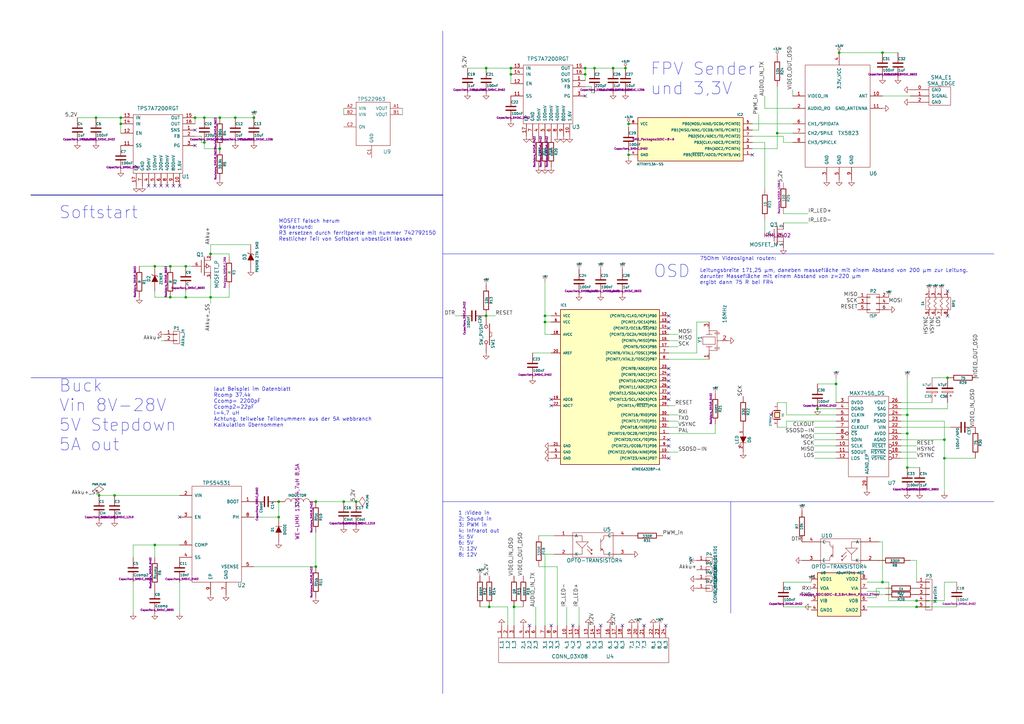
<source format=kicad_sch>
(kicad_sch (version 20230121) (generator eeschema)
  (paper "A3")
  (junction (at 63.5 109.22))
  (junction (at 90.17 60.96))
  (junction (at 49.53 48.26))
  (junction (at 243.84 27.94))
  (junction (at 76.2 121.92))
  (junction (at 140.97 205.74))
  (junction (at 129.54 205.74))
  (junction (at 76.2 109.22))
  (junction (at 372.11 177.8))
  (junction (at 223.52 132.08))
  (junction (at 114.3 205.74))
  (junction (at 223.52 129.54))
  (junction (at 86.36 104.14))
  (junction (at 251.46 27.94))
  (junction (at 388.62 154.94))
  (junction (at 199.39 129.54))
  (junction (at 257.81 63.5))
  (junction (at 344.17 21.59))
  (junction (at 69.85 109.22))
  (junction (at 372.11 170.18))
  (junction (at 335.28 167.64))
  (junction (at 209.55 27.94))
  (junction (at 83.82 48.26))
  (junction (at 240.03 30.48))
  (junction (at 40.64 203.2))
  (junction (at 46.99 203.2))
  (junction (at 86.36 121.92))
  (junction (at 80.01 48.26))
  (junction (at 387.35 180.34))
  (junction (at 375.92 246.38))
  (junction (at 114.3 212.09))
  (junction (at 240.03 27.94))
  (junction (at 129.54 232.41))
  (junction (at 146.05 205.74))
  (junction (at 90.17 48.26))
  (junction (at 200.66 248.92))
  (junction (at 361.95 21.59))
  (junction (at 69.85 121.92))
  (junction (at 361.95 238.76))
  (junction (at 387.35 187.96))
  (junction (at 342.9 157.48))
  (junction (at 63.5 223.52))
  (junction (at 104.14 48.26))
  (junction (at 199.39 27.94))
  (junction (at 96.52 48.26))
  (junction (at 375.92 248.92))
  (junction (at 318.77 54.61))
  (junction (at 210.82 248.92))
  (junction (at 49.53 50.8))
  (junction (at 83.82 58.42))
  (junction (at 372.11 191.77))
  (junction (at 257.81 50.8))
  (junction (at 39.37 48.26))
  (junction (at 209.55 30.48))
  (junction (at 256.54 27.94))
  (no_connect (at 274.32 156.21))
  (no_connect (at 246.38 256.54))
  (no_connect (at 73.66 212.09))
  (no_connect (at 80.01 59.69))
  (no_connect (at 274.32 161.29))
  (no_connect (at 388.62 129.54))
  (no_connect (at 274.32 129.54))
  (no_connect (at 273.05 256.54))
  (no_connect (at 388.62 119.38))
  (no_connect (at 274.32 132.08))
  (no_connect (at 68.58 76.2))
  (no_connect (at 60.96 76.2))
  (no_connect (at 80.01 53.34))
  (no_connect (at 274.32 134.62))
  (no_connect (at 274.32 180.34))
  (no_connect (at 274.32 182.88))
  (no_connect (at 255.27 256.54))
  (no_connect (at 274.32 153.67))
  (no_connect (at 226.06 163.83))
  (no_connect (at 66.04 76.2))
  (no_connect (at 226.06 166.37))
  (no_connect (at 264.16 256.54))
  (no_connect (at 274.32 151.13))
  (no_connect (at 274.32 163.83))
  (no_connect (at 240.03 39.37))
  (no_connect (at 316.23 170.18))
  (no_connect (at 274.32 187.96))
  (no_connect (at 274.32 158.75))
  (no_connect (at 234.95 256.54))
  (no_connect (at 308.61 63.5))
  (no_connect (at 226.06 256.54))
  (no_connect (at 217.17 256.54))
  (no_connect (at 63.5 76.2))
  (no_connect (at 73.66 76.2))
  (no_connect (at 71.12 76.2))
  (wire (pts (xy 82.55 58.42) (xy 83.82 58.42)))
  (wire (pts (xy 209.55 30.48) (xy 209.55 34.29)))
  (wire (pts (xy 274.32 147.32) (xy 290.83 147.32)))
  (wire (pts (xy 80.01 48.26) (xy 80.01 50.8)))
  (wire (pts (xy 274.32 137.16) (xy 278.13 137.16)))
  (wire (pts (xy 210.82 248.92) (xy 214.63 248.92)))
  (wire (pts (xy 54.61 238.76) (xy 54.61 251.46)))
  (wire (pts (xy 63.5 223.52) (xy 73.66 223.52)))
  (wire (pts (xy 322.58 165.1) (xy 322.58 170.18)))
  (wire (pts (xy 40.64 203.2) (xy 46.99 203.2)))
  (wire (pts (xy 257.81 62.23) (xy 257.81 63.5)))
  (wire (pts (xy 361.95 238.76) (xy 355.6 238.76)))
  (wire (pts (xy 387.35 180.34) (xy 387.35 187.96)))
  (wire (pts (xy 54.61 223.52) (xy 54.61 228.6)))
  (wire (pts (xy 387.35 238.76) (xy 392.43 238.76)))
  (wire (pts (xy 223.52 129.54) (xy 223.52 132.08)))
  (wire (pts (xy 375.92 248.92) (xy 392.43 248.92)))
  (wire (pts (xy 325.12 39.37) (xy 325.12 36.83)))
  (wire (pts (xy 257.81 50.8) (xy 257.81 52.07)))
  (wire (pts (xy 46.99 203.2) (xy 73.66 203.2)))
  (wire (pts (xy 318.77 54.61) (xy 318.77 60.96)))
  (wire (pts (xy 369.57 187.96) (xy 375.92 187.96)))
  (wire (pts (xy 308.61 58.42) (xy 313.69 58.42)))
  (wire (pts (xy 220.98 219.71) (xy 227.33 219.71)))
  (wire (pts (xy 232.41 256.54) (xy 232.41 248.92)))
  (wire (pts (xy 93.98 121.92) (xy 93.98 118.11)))
  (wire (pts (xy 129.54 205.74) (xy 140.97 205.74)))
  (wire (pts (xy 387.35 172.72) (xy 387.35 180.34)))
  (wire (pts (xy 63.5 119.38) (xy 63.5 121.92)))
  (wire (pts (xy 223.52 132.08) (xy 223.52 137.16)))
  (polyline (pts (xy 299.72 251.46) (xy 299.72 205.74)))
  (wire (pts (xy 240.03 30.48) (xy 240.03 33.02)))
  (wire (pts (xy 66.04 139.7) (xy 67.31 139.7)))
  (wire (pts (xy 218.44 144.78) (xy 226.06 144.78)))
  (wire (pts (xy 369.57 185.42) (xy 375.92 185.42)))
  (wire (pts (xy 223.52 115.57) (xy 223.52 129.54)))
  (wire (pts (xy 342.9 177.8) (xy 334.01 177.8)))
  (wire (pts (xy 63.5 228.6) (xy 63.5 223.52)))
  (wire (pts (xy 355.6 248.92) (xy 375.92 248.92)))
  (wire (pts (xy 274.32 144.78) (xy 285.75 144.78)))
  (wire (pts (xy 104.14 212.09) (xy 114.3 212.09)))
  (wire (pts (xy 240.03 27.94) (xy 243.84 27.94)))
  (wire (pts (xy 335.28 157.48) (xy 342.9 157.48)))
  (wire (pts (xy 274.32 166.37) (xy 276.86 166.37)))
  (wire (pts (xy 209.55 27.94) (xy 209.55 30.48)))
  (wire (pts (xy 243.84 27.94) (xy 251.46 27.94)))
  (wire (pts (xy 335.28 167.64) (xy 342.9 167.64)))
  (wire (pts (xy 387.35 187.96) (xy 400.05 187.96)))
  (wire (pts (xy 57.15 109.22) (xy 63.5 109.22)))
  (wire (pts (xy 49.53 50.8) (xy 49.53 54.61)))
  (wire (pts (xy 372.11 154.94) (xy 372.11 170.18)))
  (wire (pts (xy 344.17 21.59) (xy 361.95 21.59)))
  (wire (pts (xy 322.58 172.72) (xy 342.9 172.72)))
  (wire (pts (xy 223.52 129.54) (xy 226.06 129.54)))
  (wire (pts (xy 114.3 212.09) (xy 114.3 205.74)))
  (wire (pts (xy 342.9 187.96) (xy 334.01 187.96)))
  (wire (pts (xy 223.52 137.16) (xy 226.06 137.16)))
  (wire (pts (xy 54.61 223.52) (xy 63.5 223.52)))
  (wire (pts (xy 285.75 144.78) (xy 285.75 132.08)))
  (wire (pts (xy 63.5 121.92) (xy 69.85 121.92)))
  (wire (pts (xy 76.2 109.22) (xy 78.74 109.22)))
  (wire (pts (xy 285.75 132.08) (xy 290.83 132.08)))
  (wire (pts (xy 364.49 246.38) (xy 364.49 238.76)))
  (wire (pts (xy 321.31 55.88) (xy 321.31 58.42)))
  (wire (pts (xy 223.52 227.33) (xy 223.52 256.54)))
  (wire (pts (xy 361.95 222.25) (xy 361.95 238.76)))
  (wire (pts (xy 228.6 232.41) (xy 220.98 232.41)))
  (wire (pts (xy 318.77 165.1) (xy 322.58 165.1)))
  (wire (pts (xy 361.95 21.59) (xy 368.3 21.59)))
  (wire (pts (xy 80.01 48.26) (xy 83.82 48.26)))
  (wire (pts (xy 372.11 191.77) (xy 377.19 191.77)))
  (polyline (pts (xy 181.61 104.14) (xy 407.67 104.14)))
  (wire (pts (xy 242.57 35.56) (xy 242.57 38.1)))
  (wire (pts (xy 228.6 232.41) (xy 228.6 256.54)))
  (wire (pts (xy 191.77 27.94) (xy 199.39 27.94)))
  (wire (pts (xy 313.69 90.17) (xy 313.69 96.52)))
  (wire (pts (xy 382.27 154.94) (xy 388.62 154.94)))
  (wire (pts (xy 237.49 256.54) (xy 237.49 248.92)))
  (wire (pts (xy 369.57 182.88) (xy 375.92 182.88)))
  (wire (pts (xy 372.11 177.8) (xy 372.11 191.77)))
  (polyline (pts (xy 181.61 154.94) (xy 12.7 154.94)))
  (wire (pts (xy 73.66 238.76) (xy 73.66 251.46)))
  (wire (pts (xy 321.31 238.76) (xy 332.74 238.76)))
  (wire (pts (xy 369.57 170.18) (xy 372.11 170.18)))
  (polyline (pts (xy 181.61 12.7) (xy 181.61 284.48)))
  (wire (pts (xy 342.9 182.88) (xy 334.01 182.88)))
  (wire (pts (xy 274.32 142.24) (xy 278.13 142.24)))
  (wire (pts (xy 372.11 170.18) (xy 372.11 177.8)))
  (wire (pts (xy 274.32 175.26) (xy 278.13 175.26)))
  (wire (pts (xy 69.85 121.92) (xy 76.2 121.92)))
  (wire (pts (xy 313.69 58.42) (xy 313.69 77.47)))
  (wire (pts (xy 342.9 157.48) (xy 342.9 165.1)))
  (wire (pts (xy 369.57 172.72) (xy 387.35 172.72)))
  (wire (pts (xy 293.37 177.8) (xy 293.37 173.99)))
  (wire (pts (xy 364.49 246.38) (xy 375.92 246.38)))
  (wire (pts (xy 210.82 256.54) (xy 210.82 248.92)))
  (wire (pts (xy 387.35 180.34) (xy 369.57 180.34)))
  (wire (pts (xy 140.97 44.45) (xy 140.97 46.99)))
  (wire (pts (xy 240.03 27.94) (xy 240.03 30.48)))
  (wire (pts (xy 364.49 238.76) (xy 361.95 238.76)))
  (wire (pts (xy 321.31 91.44) (xy 331.47 91.44)))
  (wire (pts (xy 129.54 232.41) (xy 104.14 232.41)))
  (wire (pts (xy 342.9 175.26) (xy 334.01 175.26)))
  (wire (pts (xy 199.39 27.94) (xy 209.55 27.94)))
  (wire (pts (xy 313.69 44.45) (xy 313.69 39.37)))
  (wire (pts (xy 318.77 60.96) (xy 308.61 60.96)))
  (wire (pts (xy 223.52 227.33) (xy 227.33 227.33)))
  (wire (pts (xy 375.92 229.87) (xy 375.92 238.76)))
  (wire (pts (xy 76.2 119.38) (xy 76.2 121.92)))
  (wire (pts (xy 251.46 27.94) (xy 256.54 27.94)))
  (wire (pts (xy 360.68 222.25) (xy 361.95 222.25)))
  (wire (pts (xy 325.12 44.45) (xy 313.69 44.45)))
  (wire (pts (xy 86.36 104.14) (xy 93.98 104.14)))
  (wire (pts (xy 208.28 248.92) (xy 208.28 256.54)))
  (wire (pts (xy 86.36 121.92) (xy 86.36 124.46)))
  (bus (pts (xy 181.61 80.01) (xy 12.7 80.01)))
  (wire (pts (xy 39.37 48.26) (xy 49.53 48.26)))
  (wire (pts (xy 31.75 48.26) (xy 39.37 48.26)))
  (wire (pts (xy 387.35 246.38) (xy 387.35 238.76)))
  (wire (pts (xy 321.31 58.42) (xy 325.12 58.42)))
  (wire (pts (xy 342.9 154.94) (xy 342.9 157.48)))
  (wire (pts (xy 196.85 248.92) (xy 200.66 248.92)))
  (polyline (pts (xy 181.61 205.74) (xy 407.67 205.74)))
  (wire (pts (xy 373.38 229.87) (xy 375.92 229.87)))
  (wire (pts (xy 360.68 243.84) (xy 360.68 242.57)))
  (wire (pts (xy 342.9 185.42) (xy 334.01 185.42)))
  (wire (pts (xy 369.57 167.64) (xy 388.62 167.64)))
  (wire (pts (xy 90.17 48.26) (xy 96.52 48.26)))
  (wire (pts (xy 83.82 48.26) (xy 90.17 48.26)))
  (wire (pts (xy 274.32 170.18) (xy 278.13 170.18)))
  (wire (pts (xy 86.36 121.92) (xy 93.98 121.92)))
  (wire (pts (xy 199.39 129.54) (xy 203.2 129.54)))
  (wire (pts (xy 186.69 129.54) (xy 189.23 129.54)))
  (wire (pts (xy 311.15 53.34) (xy 311.15 46.99)))
  (wire (pts (xy 240.03 35.56) (xy 242.57 35.56)))
  (wire (pts (xy 83.82 58.42) (xy 83.82 60.96)))
  (wire (pts (xy 318.77 35.56) (xy 318.77 54.61)))
  (wire (pts (xy 257.81 63.5) (xy 257.81 64.77)))
  (wire (pts (xy 80.01 55.88) (xy 82.55 55.88)))
  (wire (pts (xy 363.22 243.84) (xy 360.68 243.84)))
  (wire (pts (xy 86.36 104.14) (xy 86.36 100.33)))
  (wire (pts (xy 318.77 54.61) (xy 325.12 54.61)))
  (wire (pts (xy 342.9 180.34) (xy 334.01 180.34)))
  (wire (pts (xy 223.52 132.08) (xy 226.06 132.08)))
  (wire (pts (xy 308.61 55.88) (xy 321.31 55.88)))
  (wire (pts (xy 165.1 44.45) (xy 165.1 46.99)))
  (wire (pts (xy 200.66 248.92) (xy 208.28 248.92)))
  (wire (pts (xy 355.6 245.11) (xy 359.41 245.11)))
  (wire (pts (xy 242.57 38.1) (xy 243.84 38.1)))
  (wire (pts (xy 321.31 87.63) (xy 331.47 87.63)))
  (wire (pts (xy 274.32 139.7) (xy 278.13 139.7)))
  (wire (pts (xy 49.53 48.26) (xy 49.53 50.8)))
  (wire (pts (xy 69.85 109.22) (xy 76.2 109.22)))
  (wire (pts (xy 369.57 165.1) (xy 382.27 165.1)))
  (wire (pts (xy 274.32 177.8) (xy 293.37 177.8)))
  (wire (pts (xy 318.77 175.26) (xy 322.58 175.26)))
  (wire (pts (xy 96.52 48.26) (xy 104.14 48.26)))
  (wire (pts (xy 83.82 60.96) (xy 90.17 60.96)))
  (wire (pts (xy 372.11 177.8) (xy 369.57 177.8)))
  (wire (pts (xy 274.32 185.42) (xy 278.13 185.42)))
  (wire (pts (xy 322.58 175.26) (xy 322.58 172.72)))
  (wire (pts (xy 82.55 55.88) (xy 82.55 58.42)))
  (wire (pts (xy 361.95 39.37) (xy 373.38 39.37)))
  (wire (pts (xy 321.31 248.92) (xy 332.74 248.92)))
  (wire (pts (xy 76.2 121.92) (xy 86.36 121.92)))
  (wire (pts (xy 140.97 205.74) (xy 146.05 205.74)))
  (wire (pts (xy 375.92 246.38) (xy 387.35 246.38)))
  (wire (pts (xy 129.54 218.44) (xy 129.54 232.41)))
  (wire (pts (xy 274.32 172.72) (xy 278.13 172.72)))
  (wire (pts (xy 369.57 175.26) (xy 389.89 175.26)))
  (wire (pts (xy 387.35 187.96) (xy 387.35 201.93)))
  (wire (pts (xy 388.62 167.64) (xy 388.62 165.1)))
  (wire (pts (xy 86.36 114.3) (xy 86.36 121.92)))
  (wire (pts (xy 219.71 256.54) (xy 219.71 248.92)))
  (wire (pts (xy 308.61 53.34) (xy 311.15 53.34)))
  (wire (pts (xy 86.36 100.33) (xy 102.87 100.33)))
  (wire (pts (xy 322.58 170.18) (xy 342.9 170.18)))
  (wire (pts (xy 360.68 242.57) (xy 355.6 242.57)))
  (wire (pts (xy 63.5 109.22) (xy 69.85 109.22)))
  (wire (pts (xy 93.98 104.14) (xy 93.98 105.41)))
  (wire (pts (xy 359.41 245.11) (xy 359.41 241.3)))
  (wire (pts (xy 359.41 241.3) (xy 363.22 241.3)))
  (wire (pts (xy 308.61 50.8) (xy 325.12 50.8)))
  (text "OSD" (at 267.97 114.3 0) (effects (font (size 5.0038 5.0038)) (justify left bottom)))
  (text "Buck\nVin 8V-28V\n5V Stepdown\n5A out" (at 24.13 185.42 0) (effects (font (size 5.0038 5.0038)) (justify left bottom)))
  (text "1 :Video in\n2: Sound in\n3: PWM in\n4: Infrarot out\n5: 5V\n6: 5V\n7: 12V\n8: 12V" (at 187.96 228.6 0) (effects (font (size 1.524 1.524)) (justify left bottom)))
  (text "FPV Sender\nund 3,3V" (at 266.7 39.37 0) (effects (font (size 5.0038 5.0038)) (justify left bottom)))
  (text "laut Beispiel im Datenblatt\nRcomp 37.4k\nCcomp= 2200pF\nCcomp2=22pF\nl=4,7 uH\nAchtung, teilweise Teilenummern aus der 5A webbranch\nKalkulation übernommen\n\n" (at 87.63 177.8 0) (effects (font (size 1.524 1.524)) (justify left bottom)))
  (text "MOSFET falsch herum\nWorkaround:\nR3 ersetzen durch ferritperele mit nummer 742792150\nRestlicher Teil von Softstart unbestückt lassen" (at 114.3 99.06 0) (effects (font (size 1.524 1.524)) (justify left bottom)))
  (text "Softstart" (at 24.13 90.17 0) (effects (font (size 5.0038 5.0038)) (justify left bottom)))
  (text "75Ohm Videosignal routen:\n\nLeitungsbreite 171,25 µm, daneben massefläche mit einem Abstand von 200 µm zur Leitung. \ndarunter Massefläche mit einem Abstand von z=220 µm\nergibt dann 75 R bei FR4 	  		" (at 287.02 116.84 0) (effects (font (size 1.524 1.524)) (justify left bottom)))
  (label "VIDEO_OUT_OSD" (at 401.32 154.94 90) (effects (font (size 1.524 1.524))))
  (label "5,2V" (at 31.75 48.26 180) (effects (font (size 1.524 1.524))))
  (label "Akku+" (at 66.04 139.7 180) (effects (font (size 1.524 1.524))))
  (label "MOSI" (at 364.49 124.46 0) (effects (font (size 1.524 1.524))))
  (label "TXO" (at 278.13 172.72 0) (effects (font (size 1.524 1.524))))
  (label "VIDEO_OUT_OSD" (at 325.12 36.83 90) (effects (font (size 1.524 1.524))))
  (label "MISO" (at 351.79 121.92 180) (effects (font (size 1.524 1.524))))
  (label "PWM_in" (at 271.78 219.71 0) (effects (font (size 1.524 1.524))))
  (label "DTR" (at 328.93 222.25 180) (effects (font (size 1.524 1.524))))
  (label "LOS" (at 386.08 129.54 270) (effects (font (size 1.524 1.524))))
  (label "VSYNC" (at 278.13 175.26 0) (effects (font (size 1.524 1.524))))
  (label "VIDEO_IN_OSD" (at 210.82 236.22 90) (effects (font (size 1.524 1.524))))
  (label "HSYNC" (at 381 129.54 270) (effects (font (size 1.524 1.524))))
  (label "RXI" (at 332.74 242.57 180) (effects (font (size 1.524 1.524))))
  (label "5,2V" (at 191.77 27.94 90) (effects (font (size 1.524 1.524))))
  (label "SSOSD-IN" (at 278.13 185.42 0) (effects (font (size 1.524 1.524))))
  (label "VSYNC" (at 383.54 129.54 270) (effects (font (size 1.524 1.524))))
  (label "IR_LED-" (at 232.41 248.92 90) (effects (font (size 1.524 1.524))))
  (label "Akku+" (at 285.75 233.68 180) (effects (font (size 1.524 1.524))))
  (label "Akku+" (at 86.36 100.33 90) (effects (font (size 1.524 1.524))))
  (label "5,2V" (at 321.31 74.93 90) (effects (font (size 1.524 1.524))))
  (label "RXI" (at 278.13 170.18 0) (effects (font (size 1.524 1.524))))
  (label "SCK" (at 278.13 142.24 0) (effects (font (size 1.524 1.524))))
  (label "5,2V" (at 200.66 236.22 90) (effects (font (size 1.524 1.524))))
  (label "5,2V" (at 243.84 256.54 90) (effects (font (size 1.524 1.524))))
  (label "LOS" (at 334.01 187.96 180) (effects (font (size 1.524 1.524))))
  (label "VIDEO_OUT_OSD" (at 214.63 236.22 90) (effects (font (size 1.524 1.524))))
  (label "RESET" (at 203.2 129.54 0) (effects (font (size 1.524 1.524))))
  (label "Akku+_SS" (at 86.36 124.46 270) (effects (font (size 1.524 1.524))))
  (label "RESET" (at 276.86 166.37 0) (effects (font (size 1.524 1.524))))
  (label "5,2V" (at 146.05 205.74 90) (effects (font (size 1.524 1.524))))
  (label "DTR" (at 186.69 129.54 180) (effects (font (size 1.524 1.524))))
  (label "SCK" (at 334.01 182.88 180) (effects (font (size 1.524 1.524))))
  (label "MISO" (at 334.01 185.42 180) (effects (font (size 1.524 1.524))))
  (label "MOSI" (at 334.01 180.34 180) (effects (font (size 1.524 1.524))))
  (label "PAL" (at 278.13 177.8 0) (effects (font (size 1.524 1.524))))
  (label "PWM_in" (at 311.15 46.99 90) (effects (font (size 1.524 1.524))))
  (label "SSOSD-IN" (at 334.01 177.8 180) (effects (font (size 1.524 1.524))))
  (label "AUDIO_IN_TX" (at 219.71 248.92 90) (effects (font (size 1.524 1.524))))
  (label "IR_LED-" (at 331.47 91.44 0) (effects (font (size 1.524 1.524))))
  (label "IR_LED+" (at 237.49 248.92 90) (effects (font (size 1.524 1.524))))
  (label "Akku+_SS" (at 40.64 203.2 180) (effects (font (size 1.524 1.524))))
  (label "RESET" (at 351.79 127 180) (effects (font (size 1.524 1.524))))
  (label "RESET" (at 375.92 182.88 0) (effects (font (size 1.524 1.524))))
  (label "VIDEO_IN_OSD" (at 400.05 175.26 90) (effects (font (size 1.524 1.524))))
  (label "MOSI" (at 278.13 137.16 0) (effects (font (size 1.524 1.524))))
  (label "SCK" (at 351.79 124.46 180) (effects (font (size 1.524 1.524))))
  (label "IR_LED+" (at 331.47 87.63 0) (effects (font (size 1.524 1.524))))
  (label "AUDIO_IN_TX" (at 313.69 39.37 90) (effects (font (size 1.524 1.524))))
  (label "VSYNC" (at 375.92 187.96 0) (effects (font (size 1.524 1.524))))
  (label "MISO" (at 278.13 139.7 0) (effects (font (size 1.524 1.524))))
  (label "5,2V" (at 252.73 256.54 90) (effects (font (size 1.524 1.524))))
  (label "SCK" (at 304.8 162.56 90) (effects (font (size 1.524 1.524))))
  (label "TXO" (at 332.74 245.11 180) (effects (font (size 1.524 1.524))))
  (label "CLKOUT" (at 334.01 175.26 180) (effects (font (size 1.524 1.524))))
  (label "HSYNC" (at 375.92 185.42 0) (effects (font (size 1.524 1.524))))
  (symbol (lib_id "TX5823-rescue:TPS54531") (at 88.9 218.44 0) (unit 1)
    (property "Reference" "U2" (at 99.06 240.03 0) (effects (font (size 1.524 1.524))))
    (property "Value" "TPS54531" (at 88.9 198.12 0) (effects (font (size 1.524 1.524))))
    (property "Footprint" "toni:SO8_EP" (effects hide))
  )
  (symbol (lib_id "TX5823-rescue:TX5823") (at 344.17 46.99 0) (unit 1)
    (property "Reference" "U6" (at 358.14 71.12 0) (effects (font (size 1.524 1.524))))
    (property "Value" "TX5823" (at 347.98 54.61 0) (effects (font (size 1.524 1.524))))
    (property "Footprint" "toni:TX5823" (effects hide))
  )
  (symbol (lib_id "TX5823-rescue:MAX7456_DS") (at 351.79 182.88 0) (unit 1)
    (property "Reference" "U7" (at 365.76 198.12 0) (effects (font (size 1.524 1.524))))
    (property "Value" "MAX7456_DS" (at 355.6 161.29 0) (effects (font (size 1.524 1.524))))
    (property "Footprint" "toni:TSSOP-28_4.4x9.7mm_Pitch0.65mm_EP" (effects hide))
  )
  (symbol (lib_id "TX5823-rescue:ATMEGA328P-A") (at 248.92 157.48 0) (unit 1)
    (property "Reference" "IC1" (at 229.87 125.73 0) (effects (font (size 1.016 1.016)) (justify left bottom)))
    (property "Value" "ATMEGA328P-A" (at 259.08 193.04 0) (effects (font (size 1.016 1.016)) (justify left bottom)))
    (property "Footprint" "Housings_QFP:TQFP-32_7x7mm_Pitch0.8mm" (effects hide))
  )
  (symbol (lib_id "TX5823-rescue:ATTINY13A-SS") (at 283.21 57.15 0) (mirror y) (unit 1)
    (property "Reference" "IC2" (at 303.53 46.99 0) (effects (font (size 1.016 1.016))))
    (property "Value" "ATTINY13A-SS" (at 266.7 67.31 0) (effects (font (size 1.016 1.016))))
    (property "Footprint" "SMD_Packages:SOIC-8-N" (at 267.97 57.15 0) (effects (font (size 0.889 0.889) italic)))
  )
  (symbol (lib_id "TX5823-rescue:R") (at 318.77 29.21 0) (unit 1)
    (property "Reference" "R24" (at 320.802 29.21 90) (effects (font (size 1.016 1.016))))
    (property "Value" "10k" (at 318.9478 29.1846 90) (effects (font (size 1.016 1.016))))
    (property "Footprint" "Resistors_SMD:R_0603" (effects hide))
  )
  (symbol (lib_id "TX5823-rescue:+3,3V") (at 318.77 22.86 0) (unit 1)
    (property "Reference" "#PWR01" (effects hide))
    (property "Value" "+3,3V" (at 318.77 20.066 0) (effects (font (size 0.762 0.762))))
  )
  (symbol (lib_id "TX5823-rescue:TPS7A7200RGT") (at 224.79 40.64 0) (unit 1)
    (property "Reference" "U3" (at 236.22 52.07 0) (effects (font (size 1.524 1.524))))
    (property "Value" "TPS7A7200RGT" (at 224.79 24.13 0) (effects (font (size 1.524 1.524))))
    (property "Footprint" "toni:QFN-16-1EP_3x3mm_Pitch0.5mm" (effects hide))
  )
  (symbol (lib_id "TX5823-rescue:R") (at 313.69 83.82 0) (unit 1)
    (property "Reference" "R23" (at 315.722 83.82 90) (effects (font (size 1.016 1.016))))
    (property "Value" "10" (at 313.8678 83.7946 90) (effects (font (size 1.016 1.016))))
    (property "Footprint" "Resistors_SMD:R_0805" (effects hide))
  )
  (symbol (lib_id "TX5823-rescue:MOSFET_N") (at 318.77 96.52 0) (unit 1)
    (property "Reference" "Q3" (at 319.024 92.202 0) (effects (font (size 1.524 1.524)) (justify right)))
    (property "Value" "MOSFET_N" (at 319.024 100.33 0) (effects (font (size 1.524 1.524)) (justify right)))
    (property "Footprint" "toni:SOT23_GDS" (effects hide))
    (property "Datasheet" "IRML2502" (at 318.77 96.52 0) (effects (font (size 1.524 1.524))))
  )
  (symbol (lib_id "TX5823-rescue:GND") (at 321.31 101.6 0) (unit 1)
    (property "Reference" "#PWR02" (effects hide))
    (property "Value" "GND" (effects hide))
  )
  (symbol (lib_id "TX5823-rescue:R") (at 321.31 81.28 0) (unit 1)
    (property "Reference" "R25" (at 323.342 81.28 90) (effects (font (size 1.016 1.016))))
    (property "Value" "100" (at 321.4878 81.2546 90) (effects (font (size 1.016 1.016))))
    (property "Footprint" "Resistors_SMD:R_1206" (at 319.532 81.28 90) (effects (font (size 0.762 0.762))))
  )
  (symbol (lib_id "TX5823-rescue:GND") (at 339.09 73.66 0) (unit 1)
    (property "Reference" "#PWR03" (effects hide))
    (property "Value" "GND" (effects hide))
  )
  (symbol (lib_id "TX5823-rescue:GND") (at 344.17 73.66 0) (unit 1)
    (property "Reference" "#PWR04" (effects hide))
    (property "Value" "GND" (effects hide))
  )
  (symbol (lib_id "TX5823-rescue:GND") (at 349.25 73.66 0) (unit 1)
    (property "Reference" "#PWR05" (effects hide))
    (property "Value" "GND" (effects hide))
  )
  (symbol (lib_id "TX5823-rescue:GND") (at 233.68 55.88 0) (unit 1)
    (property "Reference" "#PWR06" (effects hide))
    (property "Value" "GND" (effects hide))
  )
  (symbol (lib_id "TX5823-rescue:GND") (at 231.14 55.88 0) (unit 1)
    (property "Reference" "#PWR07" (effects hide))
    (property "Value" "GND" (effects hide))
  )
  (symbol (lib_id "TX5823-rescue:GND") (at 228.6 55.88 0) (unit 1)
    (property "Reference" "#PWR08" (effects hide))
    (property "Value" "GND" (effects hide))
  )
  (symbol (lib_id "TX5823-rescue:GND") (at 218.44 55.88 0) (unit 1)
    (property "Reference" "#PWR09" (effects hide))
    (property "Value" "GND" (effects hide))
  )
  (symbol (lib_id "TX5823-rescue:+3,3V") (at 257.81 50.8 0) (unit 1)
    (property "Reference" "#PWR010" (effects hide))
    (property "Value" "+3,3V" (at 257.81 48.006 0) (effects (font (size 0.762 0.762))))
  )
  (symbol (lib_id "TX5823-rescue:GND") (at 257.81 64.77 0) (unit 1)
    (property "Reference" "#PWR011" (effects hide))
    (property "Value" "GND" (effects hide))
  )
  (symbol (lib_id "TX5823-rescue:C") (at 257.81 57.15 0) (unit 1)
    (property "Reference" "C29" (at 257.81 54.61 0) (effects (font (size 1.016 1.016)) (justify left)))
    (property "Value" "100nF" (at 257.9624 59.309 0) (effects (font (size 1.016 1.016)) (justify left)))
    (property "Footprint" "Capacitors_SMD:C_0402" (at 258.7752 60.96 0) (effects (font (size 0.762 0.762))))
  )
  (symbol (lib_id "TX5823-rescue:C") (at 361.95 26.67 0) (unit 1)
    (property "Reference" "C31" (at 361.95 24.13 0) (effects (font (size 1.016 1.016)) (justify left)))
    (property "Value" "100nF" (at 362.1024 28.829 0) (effects (font (size 1.016 1.016)) (justify left)))
    (property "Footprint" "Capacitors_SMD:C_0402" (at 362.9152 30.48 0) (effects (font (size 0.762 0.762))))
  )
  (symbol (lib_id "TX5823-rescue:GND") (at 361.95 31.75 0) (unit 1)
    (property "Reference" "#PWR012" (effects hide))
    (property "Value" "GND" (effects hide))
  )
  (symbol (lib_id "TX5823-rescue:GND") (at 368.3 31.75 0) (unit 1)
    (property "Reference" "#PWR013" (effects hide))
    (property "Value" "GND" (effects hide))
  )
  (symbol (lib_id "TX5823-rescue:+3,3V") (at 344.17 21.59 0) (unit 1)
    (property "Reference" "#PWR014" (effects hide))
    (property "Value" "+3,3V" (at 344.17 18.796 0) (effects (font (size 0.762 0.762))))
  )
  (symbol (lib_id "TX5823-rescue:+3,3V") (at 256.54 27.94 0) (unit 1)
    (property "Reference" "#PWR015" (effects hide))
    (property "Value" "+3,3V" (at 256.54 25.146 0) (effects (font (size 0.762 0.762))))
  )
  (symbol (lib_id "TX5823-rescue:+5V") (at 342.9 154.94 0) (unit 1)
    (property "Reference" "#PWR037" (effects hide))
    (property "Value" "+5V" (at 342.9 152.654 0) (effects (font (size 0.762 0.762))))
  )
  (symbol (lib_id "TX5823-rescue:C") (at 335.28 162.56 0) (unit 1)
    (property "Reference" "C30" (at 335.28 160.02 0) (effects (font (size 1.016 1.016)) (justify left)))
    (property "Value" "100nF" (at 335.4324 164.719 0) (effects (font (size 1.016 1.016)) (justify left)))
    (property "Footprint" "Capacitors_SMD:C_0402" (at 336.2452 166.37 0) (effects (font (size 0.762 0.762))))
  )
  (symbol (lib_id "TX5823-rescue:GND") (at 335.28 167.64 0) (unit 1)
    (property "Reference" "#PWR038" (effects hide))
    (property "Value" "GND" (effects hide))
  )
  (symbol (lib_id "TX5823-rescue:GND") (at 215.9 55.88 0) (unit 1)
    (property "Reference" "#PWR016" (effects hide))
    (property "Value" "GND" (effects hide))
  )
  (symbol (lib_id "TX5823-rescue:GND") (at 355.6 200.66 0) (unit 1)
    (property "Reference" "#PWR039" (effects hide))
    (property "Value" "GND" (effects hide))
  )
  (symbol (lib_id "TX5823-rescue:C") (at 191.77 33.02 0) (unit 1)
    (property "Reference" "C19" (at 191.77 30.48 0) (effects (font (size 1.016 1.016)) (justify left)))
    (property "Value" "1uF" (at 191.9224 35.179 0) (effects (font (size 1.016 1.016)) (justify left)))
    (property "Footprint" "Capacitors_SMD:C_0603" (at 192.7352 36.83 0) (effects (font (size 0.762 0.762))))
  )
  (symbol (lib_id "TX5823-rescue:C") (at 199.39 33.02 0) (unit 1)
    (property "Reference" "C21" (at 199.39 30.48 0) (effects (font (size 1.016 1.016)) (justify left)))
    (property "Value" "100nF" (at 199.5424 35.179 0) (effects (font (size 1.016 1.016)) (justify left)))
    (property "Footprint" "Capacitors_SMD:C_0402" (at 200.3552 36.83 0) (effects (font (size 0.762 0.762))))
  )
  (symbol (lib_id "TX5823-rescue:C") (at 368.3 26.67 0) (unit 1)
    (property "Reference" "C32" (at 368.3 24.13 0) (effects (font (size 1.016 1.016)) (justify left)))
    (property "Value" "1uF" (at 368.4524 28.829 0) (effects (font (size 1.016 1.016)) (justify left)))
    (property "Footprint" "Capacitors_SMD:C_0603" (at 369.2652 30.48 0) (effects (font (size 0.762 0.762))))
  )
  (symbol (lib_id "TX5823-rescue:R_PACK4") (at 379.73 124.46 270) (unit 1)
    (property "Reference" "RP1" (at 391.16 124.46 0) (effects (font (size 1.016 1.016))))
    (property "Value" "1k" (at 378.46 124.46 0) (effects (font (size 1.016 1.016))))
    (property "Footprint" "Resistors_SMD:R_Array_Concave_4x0603" (effects hide))
  )
  (symbol (lib_id "TX5823-rescue:+5V") (at 381 119.38 0) (unit 1)
    (property "Reference" "#PWR040" (effects hide))
    (property "Value" "+5V" (at 381 117.094 0) (effects (font (size 0.762 0.762))))
  )
  (symbol (lib_id "TX5823-rescue:+5V") (at 383.54 119.38 0) (unit 1)
    (property "Reference" "#PWR041" (effects hide))
    (property "Value" "+5V" (at 383.54 117.094 0) (effects (font (size 0.762 0.762))))
  )
  (symbol (lib_id "TX5823-rescue:+5V") (at 386.08 119.38 0) (unit 1)
    (property "Reference" "#PWR042" (effects hide))
    (property "Value" "+5V" (at 386.08 117.094 0) (effects (font (size 0.762 0.762))))
  )
  (symbol (lib_id "TX5823-rescue:C") (at 251.46 33.02 0) (unit 1)
    (property "Reference" "C26" (at 251.46 30.48 0) (effects (font (size 1.016 1.016)) (justify left)))
    (property "Value" "1uF" (at 251.6124 35.179 0) (effects (font (size 1.016 1.016)) (justify left)))
    (property "Footprint" "Capacitors_SMD:C_0603" (at 252.4252 36.83 0) (effects (font (size 0.762 0.762))))
  )
  (symbol (lib_id "TX5823-rescue:C") (at 256.54 33.02 0) (unit 1)
    (property "Reference" "C27" (at 256.54 30.48 0) (effects (font (size 1.016 1.016)) (justify left)))
    (property "Value" "10uF" (at 256.6924 35.179 0) (effects (font (size 1.016 1.016)) (justify left)))
    (property "Footprint" "Capacitors_SMD:C_1206" (at 257.5052 36.83 0) (effects (font (size 0.762 0.762))))
  )
  (symbol (lib_id "TX5823-rescue:C") (at 209.55 44.45 0) (unit 1)
    (property "Reference" "C22" (at 209.55 41.91 0) (effects (font (size 1.016 1.016)) (justify left)))
    (property "Value" "100nF" (at 209.7024 46.609 0) (effects (font (size 1.016 1.016)) (justify left)))
    (property "Footprint" "Capacitors_SMD:C_0402" (at 210.5152 48.26 0) (effects (font (size 0.762 0.762))))
  )
  (symbol (lib_id "TX5823-rescue:GND") (at 209.55 49.53 0) (unit 1)
    (property "Reference" "#PWR017" (effects hide))
    (property "Value" "GND" (effects hide))
  )
  (symbol (lib_id "TX5823-rescue:GND") (at 199.39 38.1 0) (unit 1)
    (property "Reference" "#PWR018" (effects hide))
    (property "Value" "GND" (effects hide))
  )
  (symbol (lib_id "TX5823-rescue:GND") (at 191.77 38.1 0) (unit 1)
    (property "Reference" "#PWR019" (effects hide))
    (property "Value" "GND" (effects hide))
  )
  (symbol (lib_id "TX5823-rescue:R") (at 220.98 62.23 0) (unit 1)
    (property "Reference" "R17" (at 223.012 62.23 90) (effects (font (size 1.016 1.016))))
    (property "Value" "open" (at 221.1578 62.2046 90) (effects (font (size 1.016 1.016))))
    (property "Footprint" "Resistors_SMD:R_0402" (at 219.202 62.23 90) (effects (font (size 0.762 0.762))))
  )
  (symbol (lib_id "TX5823-rescue:R") (at 223.52 62.23 0) (unit 1)
    (property "Reference" "R19" (at 225.552 62.23 90) (effects (font (size 1.016 1.016))))
    (property "Value" "open" (at 223.6978 62.2046 90) (effects (font (size 1.016 1.016))))
    (property "Footprint" "Resistors_SMD:R_0402" (at 221.742 62.23 90) (effects (font (size 0.762 0.762))))
  )
  (symbol (lib_id "TX5823-rescue:R") (at 226.06 62.23 0) (unit 1)
    (property "Reference" "R20" (at 228.092 62.23 90) (effects (font (size 1.016 1.016))))
    (property "Value" "open" (at 226.2378 62.2046 90) (effects (font (size 1.016 1.016))))
    (property "Footprint" "Resistors_SMD:R_0402" (at 224.282 62.23 90) (effects (font (size 0.762 0.762))))
  )
  (symbol (lib_id "TX5823-rescue:GND") (at 220.98 68.58 0) (unit 1)
    (property "Reference" "#PWR020" (effects hide))
    (property "Value" "GND" (effects hide))
  )
  (symbol (lib_id "TX5823-rescue:GND") (at 223.52 68.58 0) (unit 1)
    (property "Reference" "#PWR021" (effects hide))
    (property "Value" "GND" (effects hide))
  )
  (symbol (lib_id "TX5823-rescue:GND") (at 226.06 68.58 0) (unit 1)
    (property "Reference" "#PWR022" (effects hide))
    (property "Value" "GND" (effects hide))
  )
  (symbol (lib_id "TX5823-rescue:CONN_02X03") (at 358.14 124.46 0) (unit 1)
    (property "Reference" "P2" (at 358.14 119.38 0))
    (property "Value" "ISP" (at 358.14 129.54 0))
    (property "Footprint" "toni:micro_match3x2" (effects hide))
  )
  (symbol (lib_id "TX5823-rescue:GND") (at 364.49 127 90) (unit 1)
    (property "Reference" "#PWR043" (effects hide))
    (property "Value" "GND" (effects hide))
  )
  (symbol (lib_id "TX5823-rescue:+5V") (at 364.49 121.92 0) (unit 1)
    (property "Reference" "#PWR044" (effects hide))
    (property "Value" "+5V" (at 364.49 119.634 0) (effects (font (size 0.762 0.762))))
  )
  (symbol (lib_id "TX5823-rescue:+5V") (at 223.52 115.57 0) (unit 1)
    (property "Reference" "#PWR023" (effects hide))
    (property "Value" "+5V" (at 223.52 113.284 0) (effects (font (size 0.762 0.762))))
  )
  (symbol (lib_id "TX5823-rescue:C") (at 218.44 149.86 0) (unit 1)
    (property "Reference" "C23" (at 218.44 147.32 0) (effects (font (size 1.016 1.016)) (justify left)))
    (property "Value" "100nF" (at 218.5924 152.019 0) (effects (font (size 1.016 1.016)) (justify left)))
    (property "Footprint" "Capacitors_SMD:C_0402" (at 219.4052 153.67 0) (effects (font (size 0.762 0.762))))
  )
  (symbol (lib_id "TX5823-rescue:GND") (at 218.44 154.94 0) (unit 1)
    (property "Reference" "#PWR024" (effects hide))
    (property "Value" "GND" (effects hide))
  )
  (symbol (lib_id "TX5823-rescue:SW_PUSH") (at 199.39 137.16 270) (unit 1)
    (property "Reference" "SW1" (at 202.184 140.97 0))
    (property "Value" "SW_PUSH" (at 197.358 137.16 0))
    (property "Footprint" "toni:EVQP7A" (effects hide))
  )
  (symbol (lib_id "TX5823-rescue:R") (at 199.39 123.19 0) (unit 1)
    (property "Reference" "R13" (at 201.422 123.19 90) (effects (font (size 1.016 1.016))))
    (property "Value" "10k" (at 199.5678 123.1646 90) (effects (font (size 1.016 1.016))))
    (property "Footprint" "Resistors_SMD:R_0603" (effects hide))
  )
  (symbol (lib_id "TX5823-rescue:+5V") (at 199.39 116.84 0) (unit 1)
    (property "Reference" "#PWR025" (effects hide))
    (property "Value" "+5V" (at 199.39 114.554 0) (effects (font (size 0.762 0.762))))
  )
  (symbol (lib_id "TX5823-rescue:C") (at 194.31 129.54 270) (unit 1)
    (property "Reference" "C20" (at 196.85 129.54 0) (effects (font (size 1.016 1.016)) (justify left)))
    (property "Value" "100nF" (at 192.151 129.6924 0) (effects (font (size 1.016 1.016)) (justify left)))
    (property "Footprint" "Capacitors_SMD:C_0402" (at 190.5 130.5052 0) (effects (font (size 0.762 0.762))))
  )
  (symbol (lib_id "TX5823-rescue:GND") (at 199.39 144.78 0) (unit 1)
    (property "Reference" "#PWR026" (effects hide))
    (property "Value" "GND" (effects hide))
  )
  (symbol (lib_id "TX5823-rescue:GND") (at 226.06 182.88 270) (unit 1)
    (property "Reference" "#PWR027" (effects hide))
    (property "Value" "GND" (effects hide))
  )
  (symbol (lib_id "TX5823-rescue:GND") (at 226.06 185.42 270) (unit 1)
    (property "Reference" "#PWR028" (effects hide))
    (property "Value" "GND" (effects hide))
  )
  (symbol (lib_id "TX5823-rescue:GND") (at 226.06 187.96 270) (unit 1)
    (property "Reference" "#PWR029" (effects hide))
    (property "Value" "GND" (effects hide))
  )
  (symbol (lib_id "TX5823-rescue:RESONATEUR") (at 292.1 139.7 90) (unit 1)
    (property "Reference" "Y1" (at 287.02 139.192 0) (effects (font (size 1.524 1.524))))
    (property "Value" "16MHz" (at 297.18 128.778 0) (effects (font (size 1.524 1.524))))
    (property "Footprint" "toni:CerOsc_3,2x1,3" (effects hide))
  )
  (symbol (lib_id "TX5823-rescue:GND") (at 298.45 139.7 90) (unit 1)
    (property "Reference" "#PWR030" (effects hide))
    (property "Value" "GND" (effects hide))
  )
  (symbol (lib_id "TX5823-rescue:R") (at 293.37 167.64 0) (unit 1)
    (property "Reference" "R21" (at 295.402 167.64 90) (effects (font (size 1.016 1.016))))
    (property "Value" "open" (at 293.5478 167.6146 90) (effects (font (size 1.016 1.016))))
    (property "Footprint" "Resistors_SMD:R_0402" (at 291.592 167.64 90) (effects (font (size 0.762 0.762))))
  )
  (symbol (lib_id "TX5823-rescue:+5V") (at 293.37 161.29 0) (unit 1)
    (property "Reference" "#PWR031" (effects hide))
    (property "Value" "+5V" (at 293.37 159.004 0) (effects (font (size 0.762 0.762))))
  )
  (symbol (lib_id "TX5823-rescue:CRYSTAL_SMD") (at 318.77 170.18 270) (unit 1)
    (property "Reference" "X1" (at 321.056 170.18 0) (effects (font (size 0.762 0.762))))
    (property "Value" "27MHz" (at 315.976 170.942 0) (effects (font (size 0.762 0.762)) (justify left)))
    (property "Footprint" "toni:CRYSTAL_MT" (effects hide))
    (property "Bestellnummer" "NDK NX3225SA-27.000MHZ-STD-CSR-1" (effects hide))
  )
  (symbol (lib_id "TX5823-rescue:R") (at 304.8 168.91 0) (unit 1)
    (property "Reference" "R22" (at 306.832 168.91 90) (effects (font (size 1.016 1.016))))
    (property "Value" "330" (at 304.9778 168.8846 90) (effects (font (size 1.016 1.016))))
    (property "Footprint" "Resistors_SMD:R_0805" (effects hide))
  )
  (symbol (lib_id "TX5823-rescue:LED") (at 304.8 180.34 270) (unit 1)
    (property "Reference" "D6" (at 307.34 180.34 0))
    (property "Value" "LED" (at 302.26 180.34 0))
    (property "Footprint" "LEDs:LED-0603" (effects hide))
  )
  (symbol (lib_id "TX5823-rescue:GND") (at 304.8 185.42 0) (unit 1)
    (property "Reference" "#PWR032" (effects hide))
    (property "Value" "GND" (effects hide))
  )
  (symbol (lib_id "TX5823-rescue:C") (at 109.22 205.74 270) (unit 1)
    (property "Reference" "C14" (at 111.76 205.74 0) (effects (font (size 1.016 1.016)) (justify left)))
    (property "Value" "Cboot" (at 107.061 205.8924 0) (effects (font (size 1.016 1.016)) (justify left)))
    (property "Footprint" "Capacitors_SMD:C_0402" (at 105.41 206.7052 0) (effects (font (size 0.762 0.762))))
    (property "Teilenummer" "C1005X5R1A104K" (effects hide))
  )
  (symbol (lib_id "TX5823-rescue:C") (at 237.49 115.57 0) (unit 1)
    (property "Reference" "C24" (at 237.49 113.03 0) (effects (font (size 1.016 1.016)) (justify left)))
    (property "Value" "100nF" (at 237.6424 117.729 0) (effects (font (size 1.016 1.016)) (justify left)))
    (property "Footprint" "Capacitors_SMD:C_0402" (at 238.4552 119.38 0) (effects (font (size 0.762 0.762))))
  )
  (symbol (lib_id "TX5823-rescue:C") (at 246.38 115.57 0) (unit 1)
    (property "Reference" "C25" (at 246.38 113.03 0) (effects (font (size 1.016 1.016)) (justify left)))
    (property "Value" "100nF" (at 246.5324 117.729 0) (effects (font (size 1.016 1.016)) (justify left)))
    (property "Footprint" "Capacitors_SMD:C_0402" (at 247.3452 119.38 0) (effects (font (size 0.762 0.762))))
  )
  (symbol (lib_id "TX5823-rescue:C") (at 255.27 115.57 0) (unit 1)
    (property "Reference" "C28" (at 255.27 113.03 0) (effects (font (size 1.016 1.016)) (justify left)))
    (property "Value" "1uF" (at 255.4224 117.729 0) (effects (font (size 1.016 1.016)) (justify left)))
    (property "Footprint" "Capacitors_SMD:C_0603" (at 256.2352 119.38 0) (effects (font (size 0.762 0.762))))
  )
  (symbol (lib_id "TX5823-rescue:C") (at 146.05 210.82 0) (unit 1)
    (property "Reference" "C17" (at 146.05 208.28 0) (effects (font (size 1.016 1.016)) (justify left)))
    (property "Value" "Cout" (at 146.2024 212.979 0) (effects (font (size 1.016 1.016)) (justify left)))
    (property "Footprint" "Capacitors_SMD:C_1210" (at 147.0152 214.63 0) (effects (font (size 0.762 0.762))))
    (property "Teilenummer" "GRM32ER61E226KE15L" (effects hide))
  )
  (symbol (lib_id "TX5823-rescue:+5V") (at 237.49 110.49 0) (unit 1)
    (property "Reference" "#PWR045" (effects hide))
    (property "Value" "+5V" (at 237.49 108.204 0) (effects (font (size 0.762 0.762))))
  )
  (symbol (lib_id "TX5823-rescue:+5V") (at 246.38 110.49 0) (unit 1)
    (property "Reference" "#PWR046" (effects hide))
    (property "Value" "+5V" (at 246.38 108.204 0) (effects (font (size 0.762 0.762))))
  )
  (symbol (lib_id "TX5823-rescue:+5V") (at 255.27 110.49 0) (unit 1)
    (property "Reference" "#PWR047" (effects hide))
    (property "Value" "+5V" (at 255.27 108.204 0) (effects (font (size 0.762 0.762))))
  )
  (symbol (lib_id "TX5823-rescue:GND") (at 146.05 215.9 0) (unit 1)
    (property "Reference" "#PWR060" (effects hide))
    (property "Value" "GND" (effects hide))
  )
  (symbol (lib_id "TX5823-rescue:GND") (at 237.49 120.65 0) (unit 1)
    (property "Reference" "#PWR048" (effects hide))
    (property "Value" "GND" (effects hide))
  )
  (symbol (lib_id "TX5823-rescue:DIODE") (at 114.3 217.17 90) (unit 1)
    (property "Reference" "D1" (at 111.76 217.17 0) (effects (font (size 1.016 1.016))))
    (property "Value" "DIODE" (at 116.84 217.17 0) (effects (font (size 1.016 1.016))))
    (property "Footprint" "toni:POWERDI5" (effects hide))
    (property "Teilenummer" "PDS760-13" (effects hide))
  )
  (symbol (lib_id "TX5823-rescue:GND") (at 246.38 120.65 0) (unit 1)
    (property "Reference" "#PWR049" (effects hide))
    (property "Value" "GND" (effects hide))
  )
  (symbol (lib_id "TX5823-rescue:GND") (at 255.27 120.65 0) (unit 1)
    (property "Reference" "#PWR050" (effects hide))
    (property "Value" "GND" (effects hide))
  )
  (symbol (lib_id "TX5823-rescue:INDUCTOR") (at 121.92 205.74 90) (unit 1)
    (property "Reference" "L1" (at 121.92 207.01 90) (effects (font (size 1.016 1.016))))
    (property "Value" "INDUCTOR" (at 121.92 203.2 90) (effects (font (size 1.016 1.016))))
    (property "Footprint" "Choke_SMD:Choke_SMD_Wuerth-WE-PD-Typ-LS_Handsoldering" (effects hide))
    (property "Datasheet" "WE-LHMI 1335 4,7uH 8,5A" (at 121.92 205.74 0) (effects (font (size 1.524 1.524))))
  )
  (symbol (lib_id "TX5823-rescue:R") (at 129.54 212.09 0) (unit 1)
    (property "Reference" "R10" (at 131.572 212.09 90) (effects (font (size 1.016 1.016))))
    (property "Value" "Rfbt" (at 129.7178 212.0646 90) (effects (font (size 1.016 1.016))))
    (property "Footprint" "Resistors_SMD:R_0402" (at 127.762 212.09 90) (effects (font (size 0.762 0.762))))
    (property "Teilenummer" "CRCW040210K2FKED" (effects hide))
  )
  (symbol (lib_id "TX5823-rescue:R") (at 129.54 238.76 0) (unit 1)
    (property "Reference" "R11" (at 131.572 238.76 90) (effects (font (size 1.016 1.016))))
    (property "Value" "Rfbb" (at 129.7178 238.7346 90) (effects (font (size 1.016 1.016))))
    (property "Footprint" "Resistors_SMD:R_0402" (at 127.762 238.76 90) (effects (font (size 0.762 0.762))))
    (property "Teilenummer" "CRCW04021K96FKED" (effects hide))
  )
  (symbol (lib_id "TX5823-rescue:C") (at 140.97 210.82 0) (unit 1)
    (property "Reference" "C16" (at 140.97 208.28 0) (effects (font (size 1.016 1.016)) (justify left)))
    (property "Value" "Cout" (at 141.1224 212.979 0) (effects (font (size 1.016 1.016)) (justify left)))
    (property "Footprint" "Capacitors_SMD:C_1210" (at 141.9352 214.63 0) (effects (font (size 0.762 0.762))))
    (property "Teilenummer" "GRM32ER61E226KE15L" (effects hide))
  )
  (symbol (lib_id "TX5823-rescue:GND") (at 140.97 215.9 0) (unit 1)
    (property "Reference" "#PWR051" (effects hide))
    (property "Value" "GND" (effects hide))
  )
  (symbol (lib_id "TX5823-rescue:GND") (at 129.54 245.11 0) (unit 1)
    (property "Reference" "#PWR052" (effects hide))
    (property "Value" "GND" (effects hide))
  )
  (symbol (lib_id "TX5823-rescue:GND") (at 92.71 243.84 0) (unit 1)
    (property "Reference" "#PWR053" (effects hide))
    (property "Value" "GND" (effects hide))
  )
  (symbol (lib_id "TX5823-rescue:GND") (at 86.36 243.84 0) (unit 1)
    (property "Reference" "#PWR054" (effects hide))
    (property "Value" "GND" (effects hide))
  )
  (symbol (lib_id "TX5823-rescue:C") (at 73.66 233.68 0) (unit 1)
    (property "Reference" "C11" (at 73.66 231.14 0) (effects (font (size 1.016 1.016)) (justify left)))
    (property "Value" "10nF" (at 73.8124 235.839 0) (effects (font (size 1.016 1.016)) (justify left)))
    (property "Footprint" "Capacitors_SMD:C_0402" (at 74.6252 237.49 0) (effects (font (size 0.762 0.762))))
    (property "Teilenummer" "GRM033R61A822KA01D" (effects hide))
  )
  (symbol (lib_id "TX5823-rescue:C") (at 63.5 246.38 0) (unit 1)
    (property "Reference" "C8" (at 63.5 243.84 0) (effects (font (size 1.016 1.016)) (justify left)))
    (property "Value" "Ccomp" (at 63.6524 248.539 0) (effects (font (size 1.016 1.016)) (justify left)))
    (property "Footprint" "Capacitors_SMD:C_0805" (at 64.4652 250.19 0) (effects (font (size 0.762 0.762))))
    (property "Teilenummer" "CC0805JRNPO9BN102" (effects hide))
  )
  (symbol (lib_id "TX5823-rescue:R") (at 63.5 234.95 0) (unit 1)
    (property "Reference" "R6" (at 65.532 234.95 90) (effects (font (size 1.016 1.016))))
    (property "Value" "Rcomp" (at 63.6778 234.9246 90) (effects (font (size 1.016 1.016))))
    (property "Footprint" "Resistors_SMD:R_0402" (at 61.722 234.95 90) (effects (font (size 0.762 0.762))))
    (property "Teilenummer" "CRCW040252K3FKED" (effects hide))
  )
  (symbol (lib_id "TX5823-rescue:C") (at 54.61 233.68 0) (unit 1)
    (property "Reference" "C5" (at 54.61 231.14 0) (effects (font (size 1.016 1.016)) (justify left)))
    (property "Value" "Ccomp2" (at 54.7624 235.839 0) (effects (font (size 1.016 1.016)) (justify left)))
    (property "Footprint" "Capacitors_SMD:C_0805" (at 55.5752 237.49 0) (effects (font (size 0.762 0.762))))
    (property "Teilenummer" "C0805C180K5GACTU" (effects hide))
  )
  (symbol (lib_id "TX5823-rescue:C") (at 46.99 208.28 0) (unit 1)
    (property "Reference" "C3" (at 46.99 205.74 0) (effects (font (size 1.016 1.016)) (justify left)))
    (property "Value" "Cin" (at 47.1424 210.439 0) (effects (font (size 1.016 1.016)) (justify left)))
    (property "Footprint" "Capacitors_SMD:C_1210" (at 47.9552 212.09 0) (effects (font (size 0.762 0.762))))
    (property "Teilenummer" "GRM32ER71H475KA88L" (effects hide))
  )
  (symbol (lib_id "TX5823-rescue:GND") (at 54.61 251.46 0) (unit 1)
    (property "Reference" "#PWR055" (effects hide))
    (property "Value" "GND" (effects hide))
  )
  (symbol (lib_id "TX5823-rescue:GND") (at 63.5 251.46 0) (unit 1)
    (property "Reference" "#PWR056" (effects hide))
    (property "Value" "GND" (effects hide))
  )
  (symbol (lib_id "TX5823-rescue:GND") (at 73.66 251.46 0) (unit 1)
    (property "Reference" "#PWR057" (effects hide))
    (property "Value" "GND" (effects hide))
  )
  (symbol (lib_id "TX5823-rescue:GND") (at 46.99 213.36 0) (unit 1)
    (property "Reference" "#PWR058" (effects hide))
    (property "Value" "GND" (effects hide))
  )
  (symbol (lib_id "TX5823-rescue:CP2") (at 382.27 160.02 180) (unit 1)
    (property "Reference" "C35" (at 382.27 162.56 0) (effects (font (size 1.016 1.016)) (justify left)))
    (property "Value" "47uF" (at 382.1176 157.861 0) (effects (font (size 1.016 1.016)) (justify left)))
    (property "Footprint" "Capacitors_Tantalum_SMD:TantalC_SizeB_EIA-3528_Reflow" (effects hide))
  )
  (symbol (lib_id "TX5823-rescue:CP2") (at 388.62 160.02 180) (unit 1)
    (property "Reference" "C36" (at 388.62 162.56 0) (effects (font (size 1.016 1.016)) (justify left)))
    (property "Value" "47uF" (at 388.4676 157.861 0) (effects (font (size 1.016 1.016)) (justify left)))
    (property "Footprint" "Capacitors_Tantalum_SMD:TantalC_SizeB_EIA-3528_Reflow" (effects hide))
  )
  (symbol (lib_id "TX5823-rescue:R") (at 394.97 154.94 270) (unit 1)
    (property "Reference" "R29" (at 394.97 156.972 90) (effects (font (size 1.016 1.016))))
    (property "Value" "75" (at 394.9954 155.1178 90) (effects (font (size 1.016 1.016))))
    (property "Footprint" "Capacitors_SMD:C_0805" (effects hide))
  )
  (symbol (lib_id "TX5823-rescue:C") (at 40.64 208.28 0) (unit 1)
    (property "Reference" "C1" (at 40.64 205.74 0) (effects (font (size 1.016 1.016)) (justify left)))
    (property "Value" "Cin" (at 40.7924 210.439 0) (effects (font (size 1.016 1.016)) (justify left)))
    (property "Footprint" "Capacitors_SMD:C_1210" (at 41.6052 212.09 0) (effects (font (size 0.762 0.762))))
    (property "Teilenummer" "GRM32ER71H475KA88L" (effects hide))
  )
  (symbol (lib_id "TX5823-rescue:GND") (at 40.64 213.36 0) (unit 1)
    (property "Reference" "#PWR061" (effects hide))
    (property "Value" "GND" (effects hide))
  )
  (symbol (lib_id "TX5823-rescue:C") (at 372.11 196.85 0) (unit 1)
    (property "Reference" "C33" (at 372.11 194.31 0) (effects (font (size 1.016 1.016)) (justify left)))
    (property "Value" "100nF" (at 372.2624 199.009 0) (effects (font (size 1.016 1.016)) (justify left)))
    (property "Footprint" "Capacitors_SMD:C_0402" (at 373.0752 200.66 0) (effects (font (size 0.762 0.762))))
  )
  (symbol (lib_id "TX5823-rescue:C") (at 377.19 196.85 0) (unit 1)
    (property "Reference" "C34" (at 377.19 194.31 0) (effects (font (size 1.016 1.016)) (justify left)))
    (property "Value" "1uF" (at 377.3424 199.009 0) (effects (font (size 1.016 1.016)) (justify left)))
    (property "Footprint" "Capacitors_SMD:C_0603" (at 378.1552 200.66 0) (effects (font (size 0.762 0.762))))
  )
  (symbol (lib_id "TX5823-rescue:GND") (at 114.3 222.25 0) (unit 1)
    (property "Reference" "#PWR059" (effects hide))
    (property "Value" "GND" (effects hide))
  )
  (symbol (lib_id "TX5823-rescue:GND") (at 372.11 201.93 0) (unit 1)
    (property "Reference" "#PWR033" (effects hide))
    (property "Value" "GND" (effects hide))
  )
  (symbol (lib_id "TX5823-rescue:GND") (at 377.19 201.93 0) (unit 1)
    (property "Reference" "#PWR034" (effects hide))
    (property "Value" "GND" (effects hide))
  )
  (symbol (lib_id "TX5823-rescue:C") (at 394.97 175.26 270) (unit 1)
    (property "Reference" "C37" (at 397.51 175.26 0) (effects (font (size 1.016 1.016)) (justify left)))
    (property "Value" "100nF/NP0" (at 392.811 175.4124 0) (effects (font (size 1.016 1.016)) (justify left)))
    (property "Footprint" "Capacitors_SMD:C_1206" (effects hide))
    (property "Teilenummer" "C3216C0G1H104J160AA" (effects hide))
  )
  (symbol (lib_id "TX5823-rescue:R") (at 400.05 181.61 0) (unit 1)
    (property "Reference" "R30" (at 402.082 181.61 90) (effects (font (size 1.016 1.016))))
    (property "Value" "75" (at 400.2278 181.5846 90) (effects (font (size 1.016 1.016))))
    (property "Footprint" "Capacitors_SMD:C_0805" (effects hide))
  )
  (symbol (lib_id "TX5823-rescue:GND") (at 387.35 201.93 0) (unit 1)
    (property "Reference" "#PWR035" (effects hide))
    (property "Value" "GND" (effects hide))
  )
  (symbol (lib_id "TX5823-rescue:+5V") (at 372.11 154.94 0) (unit 1)
    (property "Reference" "#PWR036" (effects hide))
    (property "Value" "+5V" (at 372.11 152.654 0) (effects (font (size 0.762 0.762))))
  )
  (symbol (lib_id "TX5823-rescue:CONN_03X08") (at 238.76 261.62 0) (unit 1)
    (property "Reference" "U4" (at 250.19 269.24 0) (effects (font (size 1.524 1.524))))
    (property "Value" "CONN_03X08" (at 233.68 269.24 0) (effects (font (size 1.524 1.524))))
    (property "Footprint" "toni:Conn_03x08" (effects hide))
  )
  (symbol (lib_id "TX5823-rescue:GND") (at 205.74 256.54 180) (unit 1)
    (property "Reference" "#PWR062" (effects hide))
    (property "Value" "GND" (effects hide))
  )
  (symbol (lib_id "TX5823-rescue:GND") (at 214.63 256.54 180) (unit 1)
    (property "Reference" "#PWR063" (effects hide))
    (property "Value" "GND" (effects hide))
  )
  (symbol (lib_id "TX5823-rescue:GND") (at 241.3 256.54 180) (unit 1)
    (property "Reference" "#PWR064" (effects hide))
    (property "Value" "GND" (effects hide))
  )
  (symbol (lib_id "TX5823-rescue:GND") (at 250.19 256.54 180) (unit 1)
    (property "Reference" "#PWR065" (effects hide))
    (property "Value" "GND" (effects hide))
  )
  (symbol (lib_id "TX5823-rescue:GND") (at 259.08 256.54 180) (unit 1)
    (property "Reference" "#PWR066" (effects hide))
    (property "Value" "GND" (effects hide))
  )
  (symbol (lib_id "TX5823-rescue:GND") (at 267.97 256.54 180) (unit 1)
    (property "Reference" "#PWR067" (effects hide))
    (property "Value" "GND" (effects hide))
  )
  (symbol (lib_id "TX5823-rescue:R") (at 196.85 242.57 0) (unit 1)
    (property "Reference" "R12" (at 198.882 242.57 90) (effects (font (size 1.016 1.016))))
    (property "Value" "open" (at 197.0278 242.5446 90) (effects (font (size 1.016 1.016))))
    (property "Footprint" "Resistors_SMD:R_0603" (effects hide))
  )
  (symbol (lib_id "TX5823-rescue:+12V") (at 196.85 236.22 0) (unit 1)
    (property "Reference" "#PWR068" (effects hide))
    (property "Value" "+12V" (at 196.85 233.68 0) (effects (font (size 0.762 0.762))))
  )
  (symbol (lib_id "TX5823-rescue:R") (at 200.66 242.57 0) (unit 1)
    (property "Reference" "R14" (at 202.692 242.57 90) (effects (font (size 1.016 1.016))))
    (property "Value" "open" (at 200.8378 242.5446 90) (effects (font (size 1.016 1.016))))
    (property "Footprint" "Resistors_SMD:R_0603" (effects hide))
  )
  (symbol (lib_id "TX5823-rescue:R") (at 210.82 242.57 0) (unit 1)
    (property "Reference" "R15" (at 212.852 242.57 90) (effects (font (size 1.016 1.016))))
    (property "Value" "0R" (at 210.9978 242.5446 90) (effects (font (size 1.016 1.016))))
    (property "Footprint" "Resistors_SMD:R_0603" (effects hide))
  )
  (symbol (lib_id "TX5823-rescue:R") (at 214.63 242.57 0) (unit 1)
    (property "Reference" "R16" (at 216.662 242.57 90) (effects (font (size 1.016 1.016))))
    (property "Value" "open" (at 214.8078 242.5446 90) (effects (font (size 1.016 1.016))))
    (property "Footprint" "Resistors_SMD:R_0603" (effects hide))
  )
  (symbol (lib_id "TX5823-rescue:OPTO-TRANSISTOR4") (at 243.84 223.52 0) (unit 1)
    (property "Reference" "U5" (at 248.92 217.17 0) (effects (font (size 1.524 1.524))))
    (property "Value" "OPTO-TRANSISTOR4" (at 243.84 229.87 0) (effects (font (size 1.524 1.524))))
    (property "Footprint" "toni:SO-4" (effects hide))
  )
  (symbol (lib_id "TX5823-rescue:CONN_01X05") (at 381 243.84 0) (unit 1)
    (property "Reference" "P3" (at 381 236.22 0))
    (property "Value" "Mavlink" (at 383.54 243.84 90))
    (property "Footprint" "Connectors_Molex:Connector_Molex_PicoBlade_53261-0571" (effects hide))
  )
  (symbol (lib_id "TX5823-rescue:+12V") (at 261.62 256.54 0) (unit 1)
    (property "Reference" "#PWR069" (effects hide))
    (property "Value" "+12V" (at 261.62 254 0) (effects (font (size 0.762 0.762))))
  )
  (symbol (lib_id "TX5823-rescue:+12V") (at 270.51 256.54 0) (unit 1)
    (property "Reference" "#PWR070" (effects hide))
    (property "Value" "+12V" (at 270.51 254 0) (effects (font (size 0.762 0.762))))
  )
  (symbol (lib_id "TX5823-rescue:SMA_EDGE") (at 382.27 39.37 0) (unit 1)
    (property "Reference" "SMA_E1" (at 386.08 31.75 0) (effects (font (size 1.524 1.524))))
    (property "Value" "SMA_EDGE" (at 386.08 34.29 0) (effects (font (size 1.524 1.524))))
    (property "Footprint" "toni:SMA_EDGE" (effects hide))
  )
  (symbol (lib_id "TX5823-rescue:GND") (at 259.08 227.33 90) (unit 1)
    (property "Reference" "#PWR071" (effects hide))
    (property "Value" "GND" (effects hide))
  )
  (symbol (lib_id "TX5823-rescue:GND") (at 373.38 41.91 270) (unit 1)
    (property "Reference" "#PWR074" (effects hide))
    (property "Value" "GND" (effects hide))
  )
  (symbol (lib_id "TX5823-rescue:GND") (at 373.38 36.83 270) (unit 1)
    (property "Reference" "#PWR075" (effects hide))
    (property "Value" "GND" (effects hide))
  )
  (symbol (lib_id "TX5823-rescue:GND") (at 361.95 44.45 90) (unit 1)
    (property "Reference" "#PWR076" (effects hide))
    (property "Value" "GND" (effects hide))
  )
  (symbol (lib_id "TX5823-rescue:PWR_FLAG") (at 40.64 203.2 0) (unit 1)
    (property "Reference" "#FLG077" (effects hide))
    (property "Value" "PWR_FLAG" (at 40.64 198.628 0) (effects (font (size 0.762 0.762))))
  )
  (symbol (lib_id "TX5823-rescue:GND") (at 251.46 38.1 0) (unit 1)
    (property "Reference" "#PWR078" (effects hide))
    (property "Value" "GND" (effects hide))
  )
  (symbol (lib_id "TX5823-rescue:GND") (at 256.54 38.1 0) (unit 1)
    (property "Reference" "#PWR079" (effects hide))
    (property "Value" "GND" (effects hide))
  )
  (symbol (lib_id "TX5823-rescue:C") (at 243.84 33.02 0) (unit 1)
    (property "Reference" "C2" (at 243.84 30.48 0) (effects (font (size 1.016 1.016)) (justify left)))
    (property "Value" "220pF" (at 243.9924 35.179 0) (effects (font (size 1.016 1.016)) (justify left)))
    (property "Footprint" "Capacitors_SMD:C_0402" (at 244.8052 36.83 0) (effects (font (size 0.762 0.762))))
    (property "Teilenummer" " " (effects hide))
  )
  (symbol (lib_id "TX5823-rescue:R") (at 369.57 241.3 270) (unit 1)
    (property "Reference" "R27" (at 369.57 243.332 90) (effects (font (size 1.016 1.016))))
    (property "Value" "1k" (at 369.5954 241.4778 90) (effects (font (size 1.016 1.016))))
    (property "Footprint" "Resistors_SMD:R_0603" (effects hide))
  )
  (symbol (lib_id "TX5823-rescue:R") (at 220.98 226.06 0) (unit 1)
    (property "Reference" "R18" (at 223.012 226.06 90) (effects (font (size 1.016 1.016))))
    (property "Value" "330R" (at 221.1578 226.0346 90) (effects (font (size 1.016 1.016))))
    (property "Footprint" "Resistors_SMD:R_0805" (effects hide))
  )
  (symbol (lib_id "TX5823-rescue:R") (at 369.57 243.84 270) (unit 1)
    (property "Reference" "R28" (at 369.57 245.872 90) (effects (font (size 1.016 1.016))))
    (property "Value" "1k" (at 369.5954 244.0178 90) (effects (font (size 1.016 1.016))))
    (property "Footprint" "Resistors_SMD:R_0603" (effects hide))
  )
  (symbol (lib_id "TX5823-rescue:CONN_01X02") (at 72.39 138.43 0) (unit 1)
    (property "Reference" "P1" (at 72.39 134.62 0))
    (property "Value" "Akku_in" (at 74.93 138.43 90))
    (property "Footprint" "Socket_Strips:Socket_Strip_Angled_1x02" (effects hide))
  )
  (symbol (lib_id "TX5823-rescue:GND") (at 67.31 137.16 270) (unit 1)
    (property "Reference" "#PWR072" (effects hide))
    (property "Value" "GND" (effects hide))
  )
  (symbol (lib_id "TX5823-rescue:PWR_FLAG") (at 146.05 205.74 270) (unit 1)
    (property "Reference" "#FLG073" (effects hide))
    (property "Value" "PWR_FLAG" (at 150.622 205.74 0) (effects (font (size 0.762 0.762))))
  )
  (symbol (lib_id "TX5823-rescue:R") (at 265.43 219.71 270) (unit 1)
    (property "Reference" "R31" (at 265.43 221.742 90) (effects (font (size 1.016 1.016))))
    (property "Value" "330R" (at 265.4554 219.8878 90) (effects (font (size 1.016 1.016))))
    (property "Footprint" "Capacitors_SMD:C_0805" (effects hide))
  )
  (symbol (lib_id "TX5823-rescue:TPS7A7200RGT") (at 64.77 60.96 0) (unit 1)
    (property "Reference" "U1" (at 76.2 72.39 0) (effects (font (size 1.524 1.524))))
    (property "Value" "TPS7A7200RGT" (at 64.77 44.45 0) (effects (font (size 1.524 1.524))))
    (property "Footprint" "toni:QFN-16-1EP_3x3mm_Pitch0.5mm" (effects hide))
  )
  (symbol (lib_id "TX5823-rescue:GND") (at 58.42 76.2 0) (unit 1)
    (property "Reference" "#PWR080" (effects hide))
    (property "Value" "GND" (effects hide))
  )
  (symbol (lib_id "TX5823-rescue:GND") (at 55.88 76.2 0) (unit 1)
    (property "Reference" "#PWR081" (effects hide))
    (property "Value" "GND" (effects hide))
  )
  (symbol (lib_id "TX5823-rescue:C") (at 31.75 53.34 0) (unit 1)
    (property "Reference" "C4" (at 31.75 50.8 0) (effects (font (size 1.016 1.016)) (justify left)))
    (property "Value" "1uF" (at 31.9024 55.499 0) (effects (font (size 1.016 1.016)) (justify left)))
    (property "Footprint" "Capacitors_SMD:C_0603" (at 32.7152 57.15 0) (effects (font (size 0.762 0.762))))
  )
  (symbol (lib_id "TX5823-rescue:C") (at 39.37 53.34 0) (unit 1)
    (property "Reference" "C6" (at 39.37 50.8 0) (effects (font (size 1.016 1.016)) (justify left)))
    (property "Value" "100nF" (at 39.5224 55.499 0) (effects (font (size 1.016 1.016)) (justify left)))
    (property "Footprint" "Capacitors_SMD:C_0402" (at 40.3352 57.15 0) (effects (font (size 0.762 0.762))))
  )
  (symbol (lib_id "TX5823-rescue:C") (at 96.52 53.34 0) (unit 1)
    (property "Reference" "C12" (at 96.52 50.8 0) (effects (font (size 1.016 1.016)) (justify left)))
    (property "Value" "1uF" (at 96.6724 55.499 0) (effects (font (size 1.016 1.016)) (justify left)))
    (property "Footprint" "Capacitors_SMD:C_0603" (at 97.4852 57.15 0) (effects (font (size 0.762 0.762))))
  )
  (symbol (lib_id "TX5823-rescue:C") (at 49.53 64.77 0) (unit 1)
    (property "Reference" "C7" (at 49.53 62.23 0) (effects (font (size 1.016 1.016)) (justify left)))
    (property "Value" "100nF" (at 49.6824 66.929 0) (effects (font (size 1.016 1.016)) (justify left)))
    (property "Footprint" "Capacitors_SMD:C_0402" (at 50.4952 68.58 0) (effects (font (size 0.762 0.762))))
  )
  (symbol (lib_id "TX5823-rescue:GND") (at 49.53 69.85 0) (unit 1)
    (property "Reference" "#PWR082" (effects hide))
    (property "Value" "GND" (effects hide))
  )
  (symbol (lib_id "TX5823-rescue:GND") (at 39.37 58.42 0) (unit 1)
    (property "Reference" "#PWR083" (effects hide))
    (property "Value" "GND" (effects hide))
  )
  (symbol (lib_id "TX5823-rescue:GND") (at 31.75 58.42 0) (unit 1)
    (property "Reference" "#PWR084" (effects hide))
    (property "Value" "GND" (effects hide))
  )
  (symbol (lib_id "TX5823-rescue:GND") (at 96.52 58.42 0) (unit 1)
    (property "Reference" "#PWR085" (effects hide))
    (property "Value" "GND" (effects hide))
  )
  (symbol (lib_id "TX5823-rescue:C") (at 83.82 53.34 0) (unit 1)
    (property "Reference" "C10" (at 83.82 50.8 0) (effects (font (size 1.016 1.016)) (justify left)))
    (property "Value" "220pF" (at 83.9724 55.499 0) (effects (font (size 1.016 1.016)) (justify left)))
    (property "Footprint" "Capacitors_SMD:C_0402" (at 84.7852 57.15 0) (effects (font (size 0.762 0.762))))
    (property "Teilenummer" " " (effects hide))
  )
  (symbol (lib_id "TX5823-rescue:C") (at 104.14 53.34 0) (unit 1)
    (property "Reference" "C13" (at 104.14 50.8 0) (effects (font (size 1.016 1.016)) (justify left)))
    (property "Value" "10uF" (at 104.2924 55.499 0) (effects (font (size 1.016 1.016)) (justify left)))
    (property "Footprint" "Capacitors_SMD:C_1206" (at 105.1052 57.15 0) (effects (font (size 0.762 0.762))))
  )
  (symbol (lib_id "TX5823-rescue:GND") (at 104.14 58.42 0) (unit 1)
    (property "Reference" "#PWR086" (effects hide))
    (property "Value" "GND" (effects hide))
  )
  (symbol (lib_id "TX5823-rescue:CONN_01X01") (at 290.83 229.87 0) (unit 1)
    (property "Reference" "P4" (at 290.83 227.33 0))
    (property "Value" "CONN_01X01" (at 293.37 229.87 90))
    (property "Footprint" "Pin_Headers:Pin_Header_Straight_1x01" (effects hide))
  )
  (symbol (lib_id "TX5823-rescue:CONN_01X01") (at 290.83 233.68 0) (unit 1)
    (property "Reference" "P5" (at 290.83 231.14 0))
    (property "Value" "CONN_01X01" (at 293.37 233.68 90))
    (property "Footprint" "Pin_Headers:Pin_Header_Straight_1x01" (effects hide))
  )
  (symbol (lib_id "TX5823-rescue:CONN_01X01") (at 290.83 237.49 0) (unit 1)
    (property "Reference" "P6" (at 290.83 234.95 0))
    (property "Value" "CONN_01X01" (at 293.37 237.49 90))
    (property "Footprint" "Pin_Headers:Pin_Header_Straight_1x01" (effects hide))
  )
  (symbol (lib_id "TX5823-rescue:CONN_01X01") (at 290.83 241.3 0) (unit 1)
    (property "Reference" "P7" (at 290.83 238.76 0))
    (property "Value" "CONN_01X01" (at 293.37 241.3 90))
    (property "Footprint" "Pin_Headers:Pin_Header_Straight_1x01" (effects hide))
  )
  (symbol (lib_id "TX5823-rescue:+12V") (at 285.75 229.87 90) (unit 1)
    (property "Reference" "#PWR090" (effects hide))
    (property "Value" "+12V" (at 283.21 229.87 0) (effects (font (size 0.762 0.762))))
  )
  (symbol (lib_id "TX5823-rescue:GND") (at 285.75 237.49 270) (unit 1)
    (property "Reference" "#PWR091" (effects hide))
    (property "Value" "GND" (effects hide))
  )
  (symbol (lib_id "TX5823-rescue:GND") (at 285.75 241.3 270) (unit 1)
    (property "Reference" "#PWR092" (effects hide))
    (property "Value" "GND" (effects hide))
  )
  (symbol (lib_id "TX5823-rescue:+5V") (at 104.14 48.26 0) (unit 1)
    (property "Reference" "#PWR087" (effects hide))
    (property "Value" "+5V" (at 104.14 45.974 0) (effects (font (size 0.762 0.762))))
  )
  (symbol (lib_id "TX5823-rescue:TPS22963") (at 152.4 57.15 0) (unit 1)
    (property "Reference" "U9" (at 158.75 62.23 0) (effects (font (size 1.524 1.524))))
    (property "Value" "TPS22963" (at 152.4 40.64 0) (effects (font (size 1.524 1.524))))
    (property "Footprint" "toni:DSBGS(6)" (effects hide))
  )
  (symbol (lib_id "TX5823-rescue:MOSFET_P") (at 83.82 109.22 0) (unit 1)
    (property "Reference" "Q1" (at 83.82 104.394 0) (effects (font (size 1.524 1.524)) (justify right)))
    (property "Value" "MOSFET_P" (at 88.9 106.68 90) (effects (font (size 1.524 1.524)) (justify right)))
    (property "Footprint" "toni:SO8_WITH_EP" (effects hide))
    (property "Teilenummer" "FDS4141" (effects hide))
  )
  (symbol (lib_id "TX5823-rescue:R") (at 69.85 115.57 0) (unit 1)
    (property "Reference" "R2" (at 71.882 115.57 90) (effects (font (size 1.016 1.016))))
    (property "Value" "R" (at 70.0278 115.5446 90) (effects (font (size 1.016 1.016))))
    (property "Footprint" "Resistors_SMD:R_0603" (at 68.072 115.57 90) (effects (font (size 0.762 0.762))))
  )
  (symbol (lib_id "TX5823-rescue:R") (at 57.15 115.57 0) (unit 1)
    (property "Reference" "R1" (at 59.182 115.57 90) (effects (font (size 1.016 1.016))))
    (property "Value" "R" (at 57.3278 115.5446 90) (effects (font (size 1.016 1.016))))
    (property "Footprint" "Resistors_SMD:R_0603" (at 55.372 115.57 90) (effects (font (size 0.762 0.762))))
  )
  (symbol (lib_id "TX5823-rescue:GND") (at 57.15 121.92 0) (unit 1)
    (property "Reference" "#PWR088" (effects hide))
    (property "Value" "GND" (effects hide))
  )
  (symbol (lib_id "TX5823-rescue:R") (at 93.98 111.76 0) (unit 1)
    (property "Reference" "R3" (at 96.012 111.76 90) (effects (font (size 1.016 1.016))))
    (property "Value" "R" (at 94.1578 111.7346 90) (effects (font (size 1.016 1.016))))
    (property "Footprint" "Resistors_SMD:R_1206" (at 92.202 111.76 90) (effects (font (size 0.762 0.762))))
  )
  (symbol (lib_id "TX5823-rescue:C") (at 76.2 114.3 0) (unit 1)
    (property "Reference" "C9" (at 76.2 111.76 0) (effects (font (size 1.016 1.016)) (justify left)))
    (property "Value" "C" (at 76.3524 116.459 0) (effects (font (size 1.016 1.016)) (justify left)))
    (property "Footprint" "Capacitors_SMD:C_0603" (at 77.1652 118.11 0) (effects (font (size 0.762 0.762))))
    (property "Teilenummer" " " (effects hide))
  )
  (symbol (lib_id "TX5823-rescue:ZENER") (at 63.5 114.3 90) (unit 1)
    (property "Reference" "D2" (at 60.96 114.3 0))
    (property "Value" "ZENER" (at 66.04 114.3 0) (effects (font (size 1.016 1.016))))
    (property "Footprint" "Diodes_SMD:Diode-MiniMELF_Standard" (effects hide))
  )
  (symbol (lib_id "TX5823-rescue:R") (at 90.17 54.61 0) (unit 1)
    (property "Reference" "R4" (at 92.202 54.61 90) (effects (font (size 1.016 1.016))))
    (property "Value" "280k" (at 90.3478 54.5846 90) (effects (font (size 1.016 1.016))))
    (property "Footprint" "Resistors_SMD:R_0603" (at 88.392 54.61 90) (effects (font (size 0.762 0.762))))
  )
  (symbol (lib_id "TX5823-rescue:R") (at 90.17 67.31 0) (unit 1)
    (property "Reference" "R5" (at 92.202 67.31 90) (effects (font (size 1.016 1.016))))
    (property "Value" "30,9k" (at 90.3478 67.2846 90) (effects (font (size 1.016 1.016))))
    (property "Footprint" "Resistors_SMD:R_0603" (at 88.392 67.31 90) (effects (font (size 0.762 0.762))))
  )
  (symbol (lib_id "TX5823-rescue:GND") (at 90.17 73.66 0) (unit 1)
    (property "Reference" "#PWR089" (effects hide))
    (property "Value" "GND" (effects hide))
  )
  (symbol (lib_id "TX5823-rescue:ADuM1201AR") (at 344.17 243.84 0) (unit 1)
    (property "Reference" "U8" (at 336.55 234.95 0) (effects (font (size 1.016 1.016)) (justify left)))
    (property "Value" "ADuM7241 ARZ" (at 342.9 234.95 0) (effects (font (size 1.016 1.016)) (justify left)))
    (property "Footprint" "Housings_SOIC:SOIC-8_3.9x4.9mm_Pitch1.27mm" (at 344.17 243.84 0) (effects (font (size 0.889 0.889) italic)))
  )
  (symbol (lib_id "TX5823-rescue:GND") (at 332.74 248.92 270) (unit 1)
    (property "Reference" "#PWR093" (effects hide))
    (property "Value" "GND" (effects hide))
  )
  (symbol (lib_id "TX5823-rescue:+5V") (at 332.74 238.76 0) (unit 1)
    (property "Reference" "#PWR094" (effects hide))
    (property "Value" "+5V" (at 332.74 236.474 0) (effects (font (size 0.762 0.762))))
  )
  (symbol (lib_id "TX5823-rescue:OPTO-TRANSISTOR4") (at 344.17 226.06 0) (mirror y) (unit 1)
    (property "Reference" "U10" (at 339.09 219.71 0) (effects (font (size 1.524 1.524))))
    (property "Value" "OPTO-TRANSISTOR4" (at 344.17 232.41 0) (effects (font (size 1.524 1.524))))
    (property "Footprint" "toni:SO-4" (effects hide))
  )
  (symbol (lib_id "TX5823-rescue:R") (at 367.03 229.87 270) (unit 1)
    (property "Reference" "R8" (at 367.03 231.902 90) (effects (font (size 1.016 1.016))))
    (property "Value" "330R" (at 367.0554 230.0478 90) (effects (font (size 1.016 1.016))))
    (property "Footprint" "Resistors_SMD:R_0603" (effects hide))
  )
  (symbol (lib_id "TX5823-rescue:R") (at 328.93 215.9 180) (unit 1)
    (property "Reference" "R7" (at 326.898 215.9 90) (effects (font (size 1.016 1.016))))
    (property "Value" "10k" (at 328.7522 215.9254 90) (effects (font (size 1.016 1.016))))
    (property "Footprint" "Resistors_SMD:R_0603" (effects hide))
  )
  (symbol (lib_id "TX5823-rescue:ZENER") (at 102.87 105.41 90) (unit 1)
    (property "Reference" "D3" (at 100.33 105.41 0))
    (property "Value" "P6SMB 27A SMD" (at 105.41 105.41 0) (effects (font (size 1.016 1.016))))
    (property "Footprint" "Diodes_SMD:Diode-SMB_Standard" (effects hide))
  )
  (symbol (lib_id "TX5823-rescue:+5V") (at 328.93 209.55 0) (unit 1)
    (property "Reference" "#PWR095" (effects hide))
    (property "Value" "+5V" (at 328.93 207.264 0) (effects (font (size 0.762 0.762))))
  )
  (symbol (lib_id "TX5823-rescue:GND") (at 328.93 229.87 270) (unit 1)
    (property "Reference" "#PWR096" (effects hide))
    (property "Value" "GND" (effects hide))
  )
  (symbol (lib_id "TX5823-rescue:C") (at 321.31 243.84 0) (unit 1)
    (property "Reference" "C15" (at 321.31 241.3 0) (effects (font (size 1.016 1.016)) (justify left)))
    (property "Value" "100nF" (at 321.4624 245.999 0) (effects (font (size 1.016 1.016)) (justify left)))
    (property "Footprint" "Capacitors_SMD:C_0402" (at 322.2752 247.65 0) (effects (font (size 0.762 0.762))))
  )
  (symbol (lib_id "TX5823-rescue:C") (at 392.43 243.84 0) (unit 1)
    (property "Reference" "C18" (at 392.43 241.3 0) (effects (font (size 1.016 1.016)) (justify left)))
    (property "Value" "100nF" (at 392.5824 245.999 0) (effects (font (size 1.016 1.016)) (justify left)))
    (property "Footprint" "Capacitors_SMD:C_0402" (at 393.3952 247.65 0) (effects (font (size 0.762 0.762))))
  )
  (symbol (lib_id "TX5823-rescue:GND") (at 102.87 110.49 0) (unit 1)
    (property "Reference" "#PWR097" (effects hide))
    (property "Value" "GND" (effects hide))
  )
)
</source>
